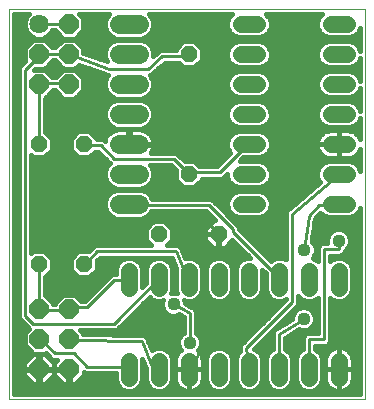
<source format=gtl>
G75*
%MOIN*%
%OFA0B0*%
%FSLAX25Y25*%
%IPPOS*%
%LPD*%
%AMOC8*
5,1,8,0,0,1.08239X$1,22.5*
%
%ADD10C,0.00000*%
%ADD11OC8,0.05600*%
%ADD12C,0.05600*%
%ADD13OC8,0.06400*%
%ADD14C,0.06400*%
%ADD15C,0.06400*%
%ADD16C,0.01000*%
%ADD17C,0.04400*%
%ADD18C,0.01600*%
D10*
X0004500Y0001800D02*
X0004500Y0131761D01*
X0123201Y0131761D01*
X0123201Y0001800D01*
X0004500Y0001800D01*
D11*
X0014500Y0046800D03*
X0029500Y0046800D03*
X0054500Y0056800D03*
X0064500Y0076800D03*
X0074500Y0056800D03*
X0029500Y0086800D03*
X0014500Y0086800D03*
X0064500Y0116800D03*
D12*
X0081700Y0116800D02*
X0087300Y0116800D01*
X0087300Y0106800D02*
X0081700Y0106800D01*
X0081700Y0096800D02*
X0087300Y0096800D01*
X0087300Y0086800D02*
X0081700Y0086800D01*
X0081700Y0076800D02*
X0087300Y0076800D01*
X0087300Y0066800D02*
X0081700Y0066800D01*
X0084500Y0044600D02*
X0084500Y0039000D01*
X0074500Y0039000D02*
X0074500Y0044600D01*
X0064500Y0044600D02*
X0064500Y0039000D01*
X0054500Y0039000D02*
X0054500Y0044600D01*
X0044500Y0044600D02*
X0044500Y0039000D01*
X0044500Y0014600D02*
X0044500Y0009000D01*
X0054500Y0009000D02*
X0054500Y0014600D01*
X0064500Y0014600D02*
X0064500Y0009000D01*
X0074500Y0009000D02*
X0074500Y0014600D01*
X0084500Y0014600D02*
X0084500Y0009000D01*
X0094500Y0009000D02*
X0094500Y0014600D01*
X0104500Y0014600D02*
X0104500Y0009000D01*
X0114500Y0009000D02*
X0114500Y0014600D01*
X0114500Y0039000D02*
X0114500Y0044600D01*
X0104500Y0044600D02*
X0104500Y0039000D01*
X0094500Y0039000D02*
X0094500Y0044600D01*
X0111700Y0066800D02*
X0117300Y0066800D01*
X0117300Y0076800D02*
X0111700Y0076800D01*
X0111700Y0086800D02*
X0117300Y0086800D01*
X0117300Y0096800D02*
X0111700Y0096800D01*
X0111700Y0106800D02*
X0117300Y0106800D01*
X0117300Y0116800D02*
X0111700Y0116800D01*
X0111700Y0126800D02*
X0117300Y0126800D01*
X0087300Y0126800D02*
X0081700Y0126800D01*
D13*
X0024500Y0126800D03*
X0024500Y0116800D03*
X0024500Y0106800D03*
X0014500Y0106800D03*
X0014500Y0116800D03*
X0014500Y0031800D03*
X0014500Y0021800D03*
X0014500Y0011800D03*
X0024500Y0011800D03*
X0024500Y0021800D03*
X0024500Y0031800D03*
D14*
X0014500Y0126800D03*
D15*
X0041300Y0126800D02*
X0047700Y0126800D01*
X0047700Y0116800D02*
X0041300Y0116800D01*
X0041300Y0106800D02*
X0047700Y0106800D01*
X0047700Y0096800D02*
X0041300Y0096800D01*
X0041300Y0086800D02*
X0047700Y0086800D01*
X0047700Y0076800D02*
X0041300Y0076800D01*
X0041300Y0066800D02*
X0047700Y0066800D01*
D16*
X0045000Y0066600D02*
X0044500Y0066800D01*
X0045000Y0066600D02*
X0071100Y0066600D01*
X0079200Y0058500D01*
X0079200Y0057600D01*
X0094500Y0042300D01*
X0094500Y0041800D01*
X0098900Y0034200D02*
X0098900Y0063600D01*
X0114300Y0076500D01*
X0114500Y0076800D01*
X0114300Y0086400D02*
X0114500Y0086800D01*
X0114300Y0086400D02*
X0102600Y0086400D01*
X0093300Y0071600D01*
X0037600Y0072100D01*
X0034900Y0069400D01*
X0034900Y0064800D01*
X0040500Y0061200D01*
X0070200Y0061200D01*
X0073800Y0057600D01*
X0074500Y0056800D01*
X0073800Y0056700D01*
X0073800Y0049500D01*
X0069900Y0048100D01*
X0069900Y0020200D01*
X0064800Y0012600D01*
X0064500Y0011800D01*
X0064800Y0020700D02*
X0064800Y0030600D01*
X0059400Y0033500D01*
X0054000Y0041400D02*
X0054500Y0041800D01*
X0054000Y0041400D02*
X0039600Y0027000D01*
X0012600Y0027000D01*
X0009900Y0029700D01*
X0009900Y0111600D01*
X0014400Y0116100D01*
X0014500Y0116800D01*
X0015300Y0117000D01*
X0024300Y0117000D01*
X0024500Y0116800D01*
X0037800Y0112000D01*
X0051000Y0112000D01*
X0055600Y0116100D01*
X0063900Y0116100D01*
X0064500Y0116800D01*
X0083700Y0086400D02*
X0084500Y0086800D01*
X0083700Y0086400D02*
X0074700Y0077400D01*
X0064800Y0077400D01*
X0064500Y0076800D01*
X0059400Y0081900D01*
X0039600Y0081900D01*
X0035100Y0086400D01*
X0029700Y0086400D01*
X0029500Y0086800D01*
X0014500Y0086800D02*
X0014400Y0087300D01*
X0014400Y0106200D01*
X0014500Y0106800D01*
X0015300Y0107100D01*
X0024300Y0107100D01*
X0024500Y0106800D01*
X0024500Y0126800D02*
X0024300Y0126900D01*
X0015300Y0126900D01*
X0014500Y0126800D01*
X0034000Y0051100D02*
X0029700Y0046800D01*
X0029500Y0046800D01*
X0034000Y0051100D02*
X0060100Y0051100D01*
X0063900Y0042300D01*
X0064500Y0041800D01*
X0048700Y0021100D02*
X0025200Y0021600D01*
X0024500Y0021800D01*
X0026100Y0017100D02*
X0019800Y0017100D01*
X0015300Y0021600D01*
X0014500Y0021800D01*
X0015300Y0031500D02*
X0014500Y0031800D01*
X0014400Y0032400D01*
X0014400Y0046800D01*
X0014500Y0046800D01*
X0025200Y0032400D02*
X0024500Y0031800D01*
X0024300Y0031500D01*
X0015300Y0031500D01*
X0025200Y0032400D02*
X0030600Y0032400D01*
X0039600Y0041400D01*
X0044100Y0041400D01*
X0044500Y0041800D01*
X0048700Y0021100D02*
X0052200Y0012600D01*
X0054000Y0012600D01*
X0054500Y0011800D01*
X0044500Y0011800D02*
X0044100Y0012600D01*
X0030600Y0012600D01*
X0026100Y0017100D01*
X0024500Y0011800D02*
X0024300Y0011700D01*
X0015300Y0011700D01*
X0014500Y0011800D01*
X0083600Y0018900D02*
X0084600Y0012600D01*
X0084500Y0011800D01*
X0083600Y0018900D02*
X0098900Y0034200D01*
X0102700Y0028600D02*
X0094500Y0023400D01*
X0094500Y0011800D01*
X0104500Y0011800D02*
X0105300Y0012600D01*
X0104500Y0012600D01*
X0104500Y0021800D01*
X0109500Y0021800D01*
X0109500Y0051800D01*
X0114400Y0051800D01*
X0114400Y0054600D01*
X0102900Y0051400D02*
X0104400Y0063000D01*
X0108000Y0066600D01*
X0114300Y0066600D01*
X0114500Y0066800D01*
D17*
X0114400Y0054600D03*
X0102900Y0051400D03*
X0102700Y0028600D03*
X0064800Y0020700D03*
X0059400Y0033500D03*
D18*
X0062940Y0034884D02*
X0063625Y0034600D01*
X0065375Y0034600D01*
X0066992Y0035270D01*
X0068230Y0036508D01*
X0068900Y0038125D01*
X0068900Y0045475D01*
X0068230Y0047092D01*
X0066992Y0048330D01*
X0065375Y0049000D01*
X0063625Y0049000D01*
X0063344Y0048884D01*
X0062200Y0051534D01*
X0062200Y0051970D01*
X0061869Y0052301D01*
X0061683Y0052731D01*
X0061278Y0052892D01*
X0060970Y0053200D01*
X0060501Y0053200D01*
X0060066Y0053373D01*
X0059666Y0053200D01*
X0057123Y0053200D01*
X0058900Y0054977D01*
X0058900Y0058623D01*
X0056323Y0061200D01*
X0052677Y0061200D01*
X0050100Y0058623D01*
X0050100Y0054977D01*
X0051877Y0053200D01*
X0033130Y0053200D01*
X0031130Y0051200D01*
X0027677Y0051200D01*
X0025100Y0048623D01*
X0025100Y0044977D01*
X0027677Y0042400D01*
X0031323Y0042400D01*
X0033900Y0044977D01*
X0033900Y0048030D01*
X0034870Y0049000D01*
X0058719Y0049000D01*
X0060169Y0045642D01*
X0060100Y0045475D01*
X0060100Y0038125D01*
X0060501Y0037157D01*
X0060156Y0037300D01*
X0058644Y0037300D01*
X0058541Y0037257D01*
X0058900Y0038125D01*
X0058900Y0045475D01*
X0058230Y0047092D01*
X0056992Y0048330D01*
X0055375Y0049000D01*
X0053625Y0049000D01*
X0052008Y0048330D01*
X0050770Y0047092D01*
X0050100Y0045475D01*
X0050100Y0040470D01*
X0048900Y0039270D01*
X0048900Y0045475D01*
X0048230Y0047092D01*
X0046992Y0048330D01*
X0045375Y0049000D01*
X0043625Y0049000D01*
X0042008Y0048330D01*
X0040770Y0047092D01*
X0040100Y0045475D01*
X0040100Y0043500D01*
X0038730Y0043500D01*
X0029730Y0034500D01*
X0028588Y0034500D01*
X0026488Y0036600D01*
X0022512Y0036600D01*
X0019700Y0033788D01*
X0019700Y0033600D01*
X0019300Y0033600D01*
X0019300Y0033788D01*
X0016500Y0036588D01*
X0016500Y0042577D01*
X0018900Y0044977D01*
X0018900Y0048623D01*
X0016323Y0051200D01*
X0012677Y0051200D01*
X0012000Y0050523D01*
X0012000Y0083077D01*
X0012677Y0082400D01*
X0016323Y0082400D01*
X0018900Y0084977D01*
X0018900Y0088623D01*
X0016500Y0091023D01*
X0016500Y0102012D01*
X0019300Y0104812D01*
X0019300Y0105000D01*
X0019700Y0105000D01*
X0019700Y0104812D01*
X0022512Y0102000D01*
X0026488Y0102000D01*
X0029300Y0104812D01*
X0029300Y0108788D01*
X0026488Y0111600D01*
X0022512Y0111600D01*
X0020112Y0109200D01*
X0018888Y0109200D01*
X0016488Y0111600D01*
X0012870Y0111600D01*
X0013270Y0112000D01*
X0016488Y0112000D01*
X0019300Y0114812D01*
X0019300Y0114900D01*
X0019700Y0114900D01*
X0019700Y0114812D01*
X0022512Y0112000D01*
X0026488Y0112000D01*
X0027848Y0113359D01*
X0036646Y0110184D01*
X0036930Y0109900D01*
X0037433Y0109900D01*
X0037564Y0109852D01*
X0037231Y0109519D01*
X0036500Y0107755D01*
X0036500Y0105845D01*
X0037231Y0104081D01*
X0038581Y0102731D01*
X0040345Y0102000D01*
X0048655Y0102000D01*
X0050419Y0102731D01*
X0051769Y0104081D01*
X0052500Y0105845D01*
X0052500Y0107755D01*
X0051769Y0109519D01*
X0051416Y0109873D01*
X0051748Y0109854D01*
X0051800Y0109900D01*
X0051870Y0109900D01*
X0052442Y0110472D01*
X0056400Y0114000D01*
X0061077Y0114000D01*
X0062677Y0112400D01*
X0066323Y0112400D01*
X0068900Y0114977D01*
X0068900Y0118623D01*
X0066323Y0121200D01*
X0062677Y0121200D01*
X0060100Y0118623D01*
X0060100Y0118200D01*
X0055660Y0118200D01*
X0054852Y0118246D01*
X0054800Y0118200D01*
X0054730Y0118200D01*
X0054158Y0117627D01*
X0052500Y0116150D01*
X0052500Y0117755D01*
X0051769Y0119519D01*
X0050419Y0120869D01*
X0048655Y0121600D01*
X0040345Y0121600D01*
X0038581Y0120869D01*
X0037231Y0119519D01*
X0036500Y0117755D01*
X0036500Y0115845D01*
X0037057Y0114501D01*
X0029300Y0117300D01*
X0029300Y0118788D01*
X0026488Y0121600D01*
X0022512Y0121600D01*
X0020012Y0119100D01*
X0018988Y0119100D01*
X0016488Y0121600D01*
X0012512Y0121600D01*
X0009700Y0118788D01*
X0009700Y0114812D01*
X0009921Y0114591D01*
X0007800Y0112470D01*
X0007800Y0028830D01*
X0009030Y0027600D01*
X0011271Y0025359D01*
X0009700Y0023788D01*
X0009700Y0019812D01*
X0012512Y0017000D01*
X0016488Y0017000D01*
X0016709Y0017221D01*
X0018930Y0015000D01*
X0020629Y0015000D01*
X0019500Y0013871D01*
X0016571Y0016800D01*
X0014700Y0016800D01*
X0014700Y0012000D01*
X0014300Y0012000D01*
X0014300Y0016800D01*
X0012429Y0016800D01*
X0009500Y0013871D01*
X0009500Y0012000D01*
X0014300Y0012000D01*
X0014300Y0011600D01*
X0009500Y0011600D01*
X0009500Y0009729D01*
X0012429Y0006800D01*
X0014300Y0006800D01*
X0014300Y0011600D01*
X0014700Y0011600D01*
X0014700Y0012000D01*
X0019500Y0012000D01*
X0024300Y0012000D01*
X0024300Y0011600D01*
X0024700Y0011600D01*
X0024700Y0006800D01*
X0026571Y0006800D01*
X0029500Y0009729D01*
X0029500Y0010730D01*
X0029730Y0010500D01*
X0040100Y0010500D01*
X0040100Y0008125D01*
X0040770Y0006508D01*
X0042008Y0005270D01*
X0043625Y0004600D01*
X0045375Y0004600D01*
X0046992Y0005270D01*
X0048230Y0006508D01*
X0048900Y0008125D01*
X0048900Y0015099D01*
X0050100Y0012185D01*
X0050100Y0011730D01*
X0050100Y0008125D01*
X0050770Y0006508D01*
X0052008Y0005270D01*
X0053625Y0004600D01*
X0055375Y0004600D01*
X0056992Y0005270D01*
X0058230Y0006508D01*
X0058900Y0008125D01*
X0058900Y0015475D01*
X0058230Y0017092D01*
X0056992Y0018330D01*
X0055375Y0019000D01*
X0053625Y0019000D01*
X0052096Y0018367D01*
X0050809Y0021494D01*
X0050818Y0021925D01*
X0050491Y0022266D01*
X0050311Y0022704D01*
X0049913Y0022870D01*
X0049614Y0023181D01*
X0049141Y0023191D01*
X0048705Y0023373D01*
X0048306Y0023209D01*
X0029300Y0023613D01*
X0029300Y0023788D01*
X0028188Y0024900D01*
X0040470Y0024900D01*
X0041700Y0026130D01*
X0041700Y0026130D01*
X0051424Y0035854D01*
X0052008Y0035270D01*
X0053625Y0034600D01*
X0055375Y0034600D01*
X0055819Y0034784D01*
X0055600Y0034256D01*
X0055600Y0032744D01*
X0056179Y0031347D01*
X0057247Y0030279D01*
X0058644Y0029700D01*
X0060156Y0029700D01*
X0061218Y0030140D01*
X0062700Y0029344D01*
X0062700Y0023943D01*
X0062647Y0023921D01*
X0061579Y0022853D01*
X0061000Y0021456D01*
X0061000Y0019944D01*
X0061579Y0018547D01*
X0061801Y0018325D01*
X0061503Y0018109D01*
X0060991Y0017597D01*
X0060566Y0017011D01*
X0060237Y0016366D01*
X0060013Y0015677D01*
X0059900Y0014962D01*
X0059900Y0011800D01*
X0064500Y0011800D01*
X0069100Y0011800D01*
X0069100Y0014962D01*
X0068987Y0015677D01*
X0068763Y0016366D01*
X0068434Y0017011D01*
X0068009Y0017597D01*
X0067540Y0018066D01*
X0068021Y0018547D01*
X0068600Y0019944D01*
X0068600Y0021456D01*
X0068021Y0022853D01*
X0066953Y0023921D01*
X0066900Y0023943D01*
X0066900Y0030072D01*
X0067062Y0030373D01*
X0066900Y0030909D01*
X0066900Y0031470D01*
X0066658Y0031711D01*
X0066560Y0032039D01*
X0066066Y0032304D01*
X0065670Y0032700D01*
X0065328Y0032700D01*
X0063200Y0033843D01*
X0063200Y0034256D01*
X0062940Y0034884D01*
X0063335Y0033770D02*
X0095500Y0033770D01*
X0095375Y0034600D02*
X0096800Y0035190D01*
X0096800Y0035070D01*
X0082597Y0020867D01*
X0082412Y0020838D01*
X0081998Y0020268D01*
X0081500Y0019770D01*
X0081500Y0019582D01*
X0081390Y0019430D01*
X0081500Y0018734D01*
X0081500Y0018030D01*
X0081604Y0017926D01*
X0080770Y0017092D01*
X0080100Y0015475D01*
X0080100Y0008125D01*
X0080770Y0006508D01*
X0082008Y0005270D01*
X0083625Y0004600D01*
X0085375Y0004600D01*
X0086992Y0005270D01*
X0088230Y0006508D01*
X0088900Y0008125D01*
X0088900Y0015475D01*
X0088230Y0017092D01*
X0086992Y0018330D01*
X0086291Y0018621D01*
X0099770Y0032100D01*
X0101000Y0033330D01*
X0101000Y0036277D01*
X0102008Y0035270D01*
X0103625Y0034600D01*
X0105375Y0034600D01*
X0106992Y0035270D01*
X0107400Y0035677D01*
X0107400Y0023900D01*
X0103630Y0023900D01*
X0102400Y0022670D01*
X0102400Y0018493D01*
X0102008Y0018330D01*
X0100770Y0017092D01*
X0100100Y0015475D01*
X0100100Y0008125D01*
X0100770Y0006508D01*
X0102008Y0005270D01*
X0103625Y0004600D01*
X0105375Y0004600D01*
X0106992Y0005270D01*
X0108230Y0006508D01*
X0108900Y0008125D01*
X0108900Y0015475D01*
X0108230Y0017092D01*
X0106992Y0018330D01*
X0106600Y0018493D01*
X0106600Y0019700D01*
X0110370Y0019700D01*
X0111600Y0020930D01*
X0111600Y0035677D01*
X0112008Y0035270D01*
X0113625Y0034600D01*
X0115375Y0034600D01*
X0116992Y0035270D01*
X0118230Y0036508D01*
X0118900Y0038125D01*
X0118900Y0045475D01*
X0118230Y0047092D01*
X0116992Y0048330D01*
X0115375Y0049000D01*
X0113625Y0049000D01*
X0112008Y0048330D01*
X0111600Y0047923D01*
X0111600Y0049700D01*
X0115270Y0049700D01*
X0116500Y0050930D01*
X0116500Y0051357D01*
X0116553Y0051379D01*
X0117621Y0052447D01*
X0118200Y0053844D01*
X0118200Y0055356D01*
X0117621Y0056753D01*
X0116553Y0057821D01*
X0115156Y0058400D01*
X0113644Y0058400D01*
X0112247Y0057821D01*
X0111179Y0056753D01*
X0110600Y0055356D01*
X0110600Y0053900D01*
X0108630Y0053900D01*
X0107400Y0052670D01*
X0107400Y0047923D01*
X0106992Y0048330D01*
X0105728Y0048854D01*
X0106121Y0049247D01*
X0106700Y0050644D01*
X0106700Y0052156D01*
X0106121Y0053553D01*
X0105390Y0054284D01*
X0106391Y0062021D01*
X0108324Y0063954D01*
X0109208Y0063070D01*
X0110825Y0062400D01*
X0118175Y0062400D01*
X0119792Y0063070D01*
X0121030Y0064308D01*
X0121601Y0065685D01*
X0121601Y0003400D01*
X0006100Y0003400D01*
X0006100Y0130161D01*
X0011072Y0130161D01*
X0010431Y0129519D01*
X0009700Y0127755D01*
X0009700Y0125845D01*
X0010431Y0124081D01*
X0011781Y0122731D01*
X0013545Y0122000D01*
X0015455Y0122000D01*
X0017219Y0122731D01*
X0018569Y0124081D01*
X0018867Y0124800D01*
X0019712Y0124800D01*
X0022512Y0122000D01*
X0026488Y0122000D01*
X0029300Y0124812D01*
X0029300Y0128788D01*
X0027928Y0130161D01*
X0037872Y0130161D01*
X0037231Y0129519D01*
X0036500Y0127755D01*
X0036500Y0125845D01*
X0037231Y0124081D01*
X0038581Y0122731D01*
X0040345Y0122000D01*
X0048655Y0122000D01*
X0050419Y0122731D01*
X0051769Y0124081D01*
X0052500Y0125845D01*
X0052500Y0127755D01*
X0051769Y0129519D01*
X0051128Y0130161D01*
X0078838Y0130161D01*
X0077970Y0129292D01*
X0077300Y0127675D01*
X0077300Y0125925D01*
X0077970Y0124308D01*
X0079208Y0123070D01*
X0080825Y0122400D01*
X0088175Y0122400D01*
X0089792Y0123070D01*
X0091030Y0124308D01*
X0091700Y0125925D01*
X0091700Y0127675D01*
X0091030Y0129292D01*
X0090162Y0130161D01*
X0108838Y0130161D01*
X0107970Y0129292D01*
X0107300Y0127675D01*
X0107300Y0125925D01*
X0107970Y0124308D01*
X0109208Y0123070D01*
X0110825Y0122400D01*
X0118175Y0122400D01*
X0119792Y0123070D01*
X0121030Y0124308D01*
X0121601Y0125685D01*
X0121601Y0117915D01*
X0121030Y0119292D01*
X0119792Y0120530D01*
X0118175Y0121200D01*
X0110825Y0121200D01*
X0109208Y0120530D01*
X0107970Y0119292D01*
X0107300Y0117675D01*
X0107300Y0115925D01*
X0107970Y0114308D01*
X0109208Y0113070D01*
X0110825Y0112400D01*
X0118175Y0112400D01*
X0119792Y0113070D01*
X0121030Y0114308D01*
X0121601Y0115685D01*
X0121601Y0107915D01*
X0121030Y0109292D01*
X0119792Y0110530D01*
X0118175Y0111200D01*
X0110825Y0111200D01*
X0109208Y0110530D01*
X0107970Y0109292D01*
X0107300Y0107675D01*
X0107300Y0105925D01*
X0107970Y0104308D01*
X0109208Y0103070D01*
X0110825Y0102400D01*
X0118175Y0102400D01*
X0119792Y0103070D01*
X0121030Y0104308D01*
X0121601Y0105685D01*
X0121601Y0097915D01*
X0121030Y0099292D01*
X0119792Y0100530D01*
X0118175Y0101200D01*
X0110825Y0101200D01*
X0109208Y0100530D01*
X0107970Y0099292D01*
X0107300Y0097675D01*
X0107300Y0095925D01*
X0107970Y0094308D01*
X0109208Y0093070D01*
X0110825Y0092400D01*
X0118175Y0092400D01*
X0119792Y0093070D01*
X0121030Y0094308D01*
X0121601Y0095685D01*
X0121601Y0088449D01*
X0121563Y0088566D01*
X0121234Y0089211D01*
X0120809Y0089797D01*
X0120297Y0090309D01*
X0119711Y0090734D01*
X0119066Y0091063D01*
X0118377Y0091287D01*
X0117662Y0091400D01*
X0114500Y0091400D01*
X0114500Y0086800D01*
X0114500Y0086800D01*
X0114500Y0082200D01*
X0117662Y0082200D01*
X0118377Y0082313D01*
X0119066Y0082537D01*
X0119711Y0082866D01*
X0120297Y0083291D01*
X0120809Y0083803D01*
X0121234Y0084389D01*
X0121563Y0085034D01*
X0121601Y0085151D01*
X0121601Y0077915D01*
X0121030Y0079292D01*
X0119792Y0080530D01*
X0118175Y0081200D01*
X0110825Y0081200D01*
X0109208Y0080530D01*
X0107970Y0079292D01*
X0107300Y0077675D01*
X0107300Y0075925D01*
X0107970Y0074308D01*
X0108172Y0074106D01*
X0098137Y0065700D01*
X0098030Y0065700D01*
X0097480Y0065150D01*
X0096885Y0064651D01*
X0096875Y0064545D01*
X0096800Y0064470D01*
X0096800Y0063693D01*
X0096732Y0062918D01*
X0096800Y0062837D01*
X0096800Y0048410D01*
X0095375Y0049000D01*
X0093625Y0049000D01*
X0092008Y0048330D01*
X0091724Y0048046D01*
X0081300Y0058470D01*
X0081300Y0059370D01*
X0073200Y0067470D01*
X0071970Y0068700D01*
X0052108Y0068700D01*
X0051769Y0069519D01*
X0050419Y0070869D01*
X0048655Y0071600D01*
X0040345Y0071600D01*
X0038581Y0070869D01*
X0037231Y0069519D01*
X0036500Y0067755D01*
X0036500Y0065845D01*
X0037231Y0064081D01*
X0038581Y0062731D01*
X0040345Y0062000D01*
X0048655Y0062000D01*
X0050419Y0062731D01*
X0051769Y0064081D01*
X0051943Y0064500D01*
X0070230Y0064500D01*
X0073330Y0061400D01*
X0072595Y0061400D01*
X0069900Y0058705D01*
X0069900Y0056800D01*
X0074500Y0056800D01*
X0074500Y0052200D01*
X0076405Y0052200D01*
X0079018Y0054812D01*
X0084830Y0049000D01*
X0083625Y0049000D01*
X0082008Y0048330D01*
X0080770Y0047092D01*
X0080100Y0045475D01*
X0080100Y0038125D01*
X0080770Y0036508D01*
X0082008Y0035270D01*
X0083625Y0034600D01*
X0085375Y0034600D01*
X0086992Y0035270D01*
X0088230Y0036508D01*
X0088900Y0038125D01*
X0088900Y0044930D01*
X0090100Y0043730D01*
X0090100Y0038125D01*
X0090770Y0036508D01*
X0092008Y0035270D01*
X0093625Y0034600D01*
X0095375Y0034600D01*
X0093902Y0032172D02*
X0066312Y0032172D01*
X0067001Y0030573D02*
X0092303Y0030573D01*
X0090705Y0028975D02*
X0066900Y0028975D01*
X0066900Y0027376D02*
X0089106Y0027376D01*
X0087508Y0025778D02*
X0066900Y0025778D01*
X0066900Y0024179D02*
X0085909Y0024179D01*
X0084311Y0022581D02*
X0068134Y0022581D01*
X0068600Y0020982D02*
X0082712Y0020982D01*
X0081397Y0019384D02*
X0068368Y0019384D01*
X0067820Y0017785D02*
X0071463Y0017785D01*
X0072008Y0018330D02*
X0070770Y0017092D01*
X0070100Y0015475D01*
X0070100Y0008125D01*
X0070770Y0006508D01*
X0072008Y0005270D01*
X0073625Y0004600D01*
X0075375Y0004600D01*
X0076992Y0005270D01*
X0078230Y0006508D01*
X0078900Y0008125D01*
X0078900Y0015475D01*
X0078230Y0017092D01*
X0076992Y0018330D01*
X0075375Y0019000D01*
X0073625Y0019000D01*
X0072008Y0018330D01*
X0070395Y0016187D02*
X0068821Y0016187D01*
X0069100Y0014588D02*
X0070100Y0014588D01*
X0070100Y0012990D02*
X0069100Y0012990D01*
X0069100Y0011800D02*
X0064500Y0011800D01*
X0064500Y0011800D01*
X0064500Y0004400D01*
X0064862Y0004400D01*
X0065577Y0004513D01*
X0066266Y0004737D01*
X0066911Y0005066D01*
X0067497Y0005491D01*
X0068009Y0006003D01*
X0068434Y0006589D01*
X0068763Y0007234D01*
X0068987Y0007923D01*
X0069100Y0008638D01*
X0069100Y0011800D01*
X0069100Y0011391D02*
X0070100Y0011391D01*
X0070100Y0009793D02*
X0069100Y0009793D01*
X0069030Y0008194D02*
X0070100Y0008194D01*
X0070733Y0006596D02*
X0068438Y0006596D01*
X0066776Y0004997D02*
X0072666Y0004997D01*
X0076334Y0004997D02*
X0082666Y0004997D01*
X0080733Y0006596D02*
X0078267Y0006596D01*
X0078900Y0008194D02*
X0080100Y0008194D01*
X0080100Y0009793D02*
X0078900Y0009793D01*
X0078900Y0011391D02*
X0080100Y0011391D01*
X0080100Y0012990D02*
X0078900Y0012990D01*
X0078900Y0014588D02*
X0080100Y0014588D01*
X0080395Y0016187D02*
X0078605Y0016187D01*
X0077537Y0017785D02*
X0081463Y0017785D01*
X0087053Y0019384D02*
X0092400Y0019384D01*
X0092400Y0018493D02*
X0092008Y0018330D01*
X0090770Y0017092D01*
X0090100Y0015475D01*
X0090100Y0008125D01*
X0090770Y0006508D01*
X0092008Y0005270D01*
X0093625Y0004600D01*
X0095375Y0004600D01*
X0096992Y0005270D01*
X0098230Y0006508D01*
X0098900Y0008125D01*
X0098900Y0015475D01*
X0098230Y0017092D01*
X0096992Y0018330D01*
X0096600Y0018493D01*
X0096600Y0022245D01*
X0101149Y0025130D01*
X0101944Y0024800D01*
X0103456Y0024800D01*
X0104853Y0025379D01*
X0105921Y0026447D01*
X0106500Y0027844D01*
X0106500Y0029356D01*
X0105921Y0030753D01*
X0104853Y0031821D01*
X0103456Y0032400D01*
X0101944Y0032400D01*
X0100547Y0031821D01*
X0099479Y0030753D01*
X0098900Y0029356D01*
X0098900Y0028677D01*
X0093890Y0025500D01*
X0093630Y0025500D01*
X0093179Y0025049D01*
X0092641Y0024708D01*
X0092584Y0024454D01*
X0092400Y0024270D01*
X0092400Y0023632D01*
X0092261Y0023010D01*
X0092400Y0022790D01*
X0092400Y0018493D01*
X0091463Y0017785D02*
X0087537Y0017785D01*
X0088605Y0016187D02*
X0090395Y0016187D01*
X0090100Y0014588D02*
X0088900Y0014588D01*
X0088900Y0012990D02*
X0090100Y0012990D01*
X0090100Y0011391D02*
X0088900Y0011391D01*
X0088900Y0009793D02*
X0090100Y0009793D01*
X0090100Y0008194D02*
X0088900Y0008194D01*
X0088267Y0006596D02*
X0090733Y0006596D01*
X0092666Y0004997D02*
X0086334Y0004997D01*
X0096334Y0004997D02*
X0102666Y0004997D01*
X0100733Y0006596D02*
X0098267Y0006596D01*
X0098900Y0008194D02*
X0100100Y0008194D01*
X0100100Y0009793D02*
X0098900Y0009793D01*
X0098900Y0011391D02*
X0100100Y0011391D01*
X0100100Y0012990D02*
X0098900Y0012990D01*
X0098900Y0014588D02*
X0100100Y0014588D01*
X0100395Y0016187D02*
X0098605Y0016187D01*
X0097537Y0017785D02*
X0101463Y0017785D01*
X0102400Y0019384D02*
X0096600Y0019384D01*
X0096600Y0020982D02*
X0102400Y0020982D01*
X0102400Y0022581D02*
X0097129Y0022581D01*
X0099650Y0024179D02*
X0107400Y0024179D01*
X0107400Y0025778D02*
X0105252Y0025778D01*
X0106306Y0027376D02*
X0107400Y0027376D01*
X0107400Y0028975D02*
X0106500Y0028975D01*
X0105996Y0030573D02*
X0107400Y0030573D01*
X0107400Y0032172D02*
X0104007Y0032172D01*
X0101393Y0032172D02*
X0099842Y0032172D01*
X0099404Y0030573D02*
X0098243Y0030573D01*
X0098900Y0028975D02*
X0096645Y0028975D01*
X0096849Y0027376D02*
X0095046Y0027376D01*
X0094328Y0025778D02*
X0093448Y0025778D01*
X0092400Y0024179D02*
X0091849Y0024179D01*
X0092400Y0022581D02*
X0090250Y0022581D01*
X0088652Y0020982D02*
X0092400Y0020982D01*
X0101000Y0033770D02*
X0107400Y0033770D01*
X0107400Y0035369D02*
X0107091Y0035369D01*
X0111600Y0035369D02*
X0111909Y0035369D01*
X0111600Y0033770D02*
X0121601Y0033770D01*
X0121601Y0035369D02*
X0117091Y0035369D01*
X0118421Y0036967D02*
X0121601Y0036967D01*
X0121601Y0038566D02*
X0118900Y0038566D01*
X0118900Y0040164D02*
X0121601Y0040164D01*
X0121601Y0041763D02*
X0118900Y0041763D01*
X0118900Y0043361D02*
X0121601Y0043361D01*
X0121601Y0044960D02*
X0118900Y0044960D01*
X0118451Y0046558D02*
X0121601Y0046558D01*
X0121601Y0048157D02*
X0117166Y0048157D01*
X0115325Y0049755D02*
X0121601Y0049755D01*
X0121601Y0051354D02*
X0116500Y0051354D01*
X0117831Y0052952D02*
X0121601Y0052952D01*
X0121601Y0054551D02*
X0118200Y0054551D01*
X0117871Y0056149D02*
X0121601Y0056149D01*
X0121601Y0057748D02*
X0116626Y0057748D01*
X0118521Y0062543D02*
X0121601Y0062543D01*
X0121601Y0060945D02*
X0106252Y0060945D01*
X0106045Y0059346D02*
X0121601Y0059346D01*
X0121601Y0064142D02*
X0120864Y0064142D01*
X0112174Y0057748D02*
X0105838Y0057748D01*
X0105632Y0056149D02*
X0110929Y0056149D01*
X0110600Y0054551D02*
X0105425Y0054551D01*
X0106370Y0052952D02*
X0107683Y0052952D01*
X0107400Y0051354D02*
X0106700Y0051354D01*
X0106332Y0049755D02*
X0107400Y0049755D01*
X0107400Y0048157D02*
X0107166Y0048157D01*
X0111600Y0048157D02*
X0111834Y0048157D01*
X0101909Y0035369D02*
X0101000Y0035369D01*
X0091909Y0035369D02*
X0087091Y0035369D01*
X0088421Y0036967D02*
X0090579Y0036967D01*
X0090100Y0038566D02*
X0088900Y0038566D01*
X0088900Y0040164D02*
X0090100Y0040164D01*
X0090100Y0041763D02*
X0088900Y0041763D01*
X0088900Y0043361D02*
X0090100Y0043361D01*
X0091613Y0048157D02*
X0091834Y0048157D01*
X0090014Y0049755D02*
X0096800Y0049755D01*
X0096800Y0051354D02*
X0088416Y0051354D01*
X0086817Y0052952D02*
X0096800Y0052952D01*
X0096800Y0054551D02*
X0085219Y0054551D01*
X0083620Y0056149D02*
X0096800Y0056149D01*
X0096800Y0057748D02*
X0082022Y0057748D01*
X0081300Y0059346D02*
X0096800Y0059346D01*
X0096800Y0060945D02*
X0079725Y0060945D01*
X0080478Y0062543D02*
X0078126Y0062543D01*
X0079208Y0063070D02*
X0077970Y0064308D01*
X0077300Y0065925D01*
X0077300Y0067675D01*
X0077970Y0069292D01*
X0079208Y0070530D01*
X0080825Y0071200D01*
X0088175Y0071200D01*
X0089792Y0070530D01*
X0091030Y0069292D01*
X0091700Y0067675D01*
X0091700Y0065925D01*
X0091030Y0064308D01*
X0089792Y0063070D01*
X0088175Y0062400D01*
X0080825Y0062400D01*
X0079208Y0063070D01*
X0078136Y0064142D02*
X0076528Y0064142D01*
X0077376Y0065740D02*
X0074929Y0065740D01*
X0073331Y0067339D02*
X0077300Y0067339D01*
X0077823Y0068937D02*
X0052010Y0068937D01*
X0050752Y0070536D02*
X0079222Y0070536D01*
X0080825Y0072400D02*
X0088175Y0072400D01*
X0089792Y0073070D01*
X0091030Y0074308D01*
X0091700Y0075925D01*
X0091700Y0077675D01*
X0091030Y0079292D01*
X0089792Y0080530D01*
X0088175Y0081200D01*
X0081470Y0081200D01*
X0082670Y0082400D01*
X0088175Y0082400D01*
X0089792Y0083070D01*
X0091030Y0084308D01*
X0091700Y0085925D01*
X0091700Y0087675D01*
X0091030Y0089292D01*
X0089792Y0090530D01*
X0088175Y0091200D01*
X0080825Y0091200D01*
X0079208Y0090530D01*
X0077970Y0089292D01*
X0077300Y0087675D01*
X0077300Y0085925D01*
X0077970Y0084308D01*
X0078304Y0083974D01*
X0073830Y0079500D01*
X0068023Y0079500D01*
X0066323Y0081200D01*
X0063070Y0081200D01*
X0060270Y0084000D01*
X0051846Y0084000D01*
X0051976Y0084179D01*
X0052334Y0084881D01*
X0052577Y0085629D01*
X0052700Y0086406D01*
X0052700Y0086600D01*
X0044700Y0086600D01*
X0044700Y0087000D01*
X0044300Y0087000D01*
X0044300Y0091800D01*
X0040906Y0091800D01*
X0040129Y0091677D01*
X0039381Y0091434D01*
X0038679Y0091076D01*
X0038043Y0090614D01*
X0037486Y0090057D01*
X0037024Y0089421D01*
X0036666Y0088719D01*
X0036442Y0088028D01*
X0035970Y0088500D01*
X0033900Y0088500D01*
X0033900Y0088623D01*
X0031323Y0091200D01*
X0027677Y0091200D01*
X0025100Y0088623D01*
X0025100Y0084977D01*
X0027677Y0082400D01*
X0031323Y0082400D01*
X0033223Y0084300D01*
X0034230Y0084300D01*
X0037500Y0081030D01*
X0038121Y0080409D01*
X0037231Y0079519D01*
X0036500Y0077755D01*
X0036500Y0075845D01*
X0037231Y0074081D01*
X0038581Y0072731D01*
X0040345Y0072000D01*
X0048655Y0072000D01*
X0050419Y0072731D01*
X0051769Y0074081D01*
X0052500Y0075845D01*
X0052500Y0077755D01*
X0051769Y0079519D01*
X0051488Y0079800D01*
X0058530Y0079800D01*
X0060100Y0078230D01*
X0060100Y0074977D01*
X0062677Y0072400D01*
X0066323Y0072400D01*
X0068900Y0074977D01*
X0068900Y0075300D01*
X0075570Y0075300D01*
X0077300Y0077030D01*
X0077300Y0075925D01*
X0077970Y0074308D01*
X0079208Y0073070D01*
X0080825Y0072400D01*
X0078544Y0073733D02*
X0067656Y0073733D01*
X0061344Y0073733D02*
X0051421Y0073733D01*
X0052287Y0075332D02*
X0060100Y0075332D01*
X0060100Y0076930D02*
X0052500Y0076930D01*
X0052179Y0078529D02*
X0059802Y0078529D01*
X0062544Y0081726D02*
X0076056Y0081726D01*
X0077654Y0083324D02*
X0060946Y0083324D01*
X0067395Y0080127D02*
X0074457Y0080127D01*
X0077200Y0076930D02*
X0077300Y0076930D01*
X0077546Y0075332D02*
X0075601Y0075332D01*
X0081995Y0081726D02*
X0121601Y0081726D01*
X0121601Y0083324D02*
X0120329Y0083324D01*
X0121506Y0084923D02*
X0121601Y0084923D01*
X0121601Y0089718D02*
X0120866Y0089718D01*
X0121601Y0091317D02*
X0118188Y0091317D01*
X0119419Y0092915D02*
X0121601Y0092915D01*
X0121601Y0094514D02*
X0121115Y0094514D01*
X0121013Y0099309D02*
X0121601Y0099309D01*
X0121601Y0100908D02*
X0118881Y0100908D01*
X0118432Y0102506D02*
X0121601Y0102506D01*
X0121601Y0104105D02*
X0120827Y0104105D01*
X0121193Y0108900D02*
X0121601Y0108900D01*
X0121601Y0110499D02*
X0119824Y0110499D01*
X0121601Y0112097D02*
X0054265Y0112097D01*
X0052472Y0110499D02*
X0079176Y0110499D01*
X0079208Y0110530D02*
X0077970Y0109292D01*
X0077300Y0107675D01*
X0077300Y0105925D01*
X0077970Y0104308D01*
X0079208Y0103070D01*
X0080825Y0102400D01*
X0088175Y0102400D01*
X0089792Y0103070D01*
X0091030Y0104308D01*
X0091700Y0105925D01*
X0091700Y0107675D01*
X0091030Y0109292D01*
X0089792Y0110530D01*
X0088175Y0111200D01*
X0080825Y0111200D01*
X0079208Y0110530D01*
X0077807Y0108900D02*
X0052026Y0108900D01*
X0052500Y0107302D02*
X0077300Y0107302D01*
X0077392Y0105703D02*
X0052441Y0105703D01*
X0051779Y0104105D02*
X0078173Y0104105D01*
X0080568Y0102506D02*
X0049877Y0102506D01*
X0048655Y0101600D02*
X0050419Y0100869D01*
X0051769Y0099519D01*
X0052500Y0097755D01*
X0052500Y0095845D01*
X0051769Y0094081D01*
X0050419Y0092731D01*
X0048655Y0092000D01*
X0040345Y0092000D01*
X0038581Y0092731D01*
X0037231Y0094081D01*
X0036500Y0095845D01*
X0036500Y0097755D01*
X0037231Y0099519D01*
X0038581Y0100869D01*
X0040345Y0101600D01*
X0048655Y0101600D01*
X0050326Y0100908D02*
X0080119Y0100908D01*
X0080825Y0101200D02*
X0079208Y0100530D01*
X0077970Y0099292D01*
X0077300Y0097675D01*
X0077300Y0095925D01*
X0077970Y0094308D01*
X0079208Y0093070D01*
X0080825Y0092400D01*
X0088175Y0092400D01*
X0089792Y0093070D01*
X0091030Y0094308D01*
X0091700Y0095925D01*
X0091700Y0097675D01*
X0091030Y0099292D01*
X0089792Y0100530D01*
X0088175Y0101200D01*
X0080825Y0101200D01*
X0077987Y0099309D02*
X0051856Y0099309D01*
X0052500Y0097711D02*
X0077315Y0097711D01*
X0077300Y0096112D02*
X0052500Y0096112D01*
X0051948Y0094514D02*
X0077884Y0094514D01*
X0079581Y0092915D02*
X0050603Y0092915D01*
X0049849Y0091317D02*
X0110812Y0091317D01*
X0110623Y0091287D02*
X0109934Y0091063D01*
X0109289Y0090734D01*
X0108703Y0090309D01*
X0108191Y0089797D01*
X0107766Y0089211D01*
X0107437Y0088566D01*
X0107213Y0087877D01*
X0107100Y0087162D01*
X0107100Y0086800D01*
X0114500Y0086800D01*
X0114500Y0086800D01*
X0114500Y0086800D01*
X0114500Y0091400D01*
X0111338Y0091400D01*
X0110623Y0091287D01*
X0109581Y0092915D02*
X0089419Y0092915D01*
X0091115Y0094514D02*
X0107884Y0094514D01*
X0107300Y0096112D02*
X0091700Y0096112D01*
X0091685Y0097711D02*
X0107315Y0097711D01*
X0107987Y0099309D02*
X0091013Y0099309D01*
X0088881Y0100908D02*
X0110119Y0100908D01*
X0110568Y0102506D02*
X0088432Y0102506D01*
X0090827Y0104105D02*
X0108173Y0104105D01*
X0107392Y0105703D02*
X0091608Y0105703D01*
X0091700Y0107302D02*
X0107300Y0107302D01*
X0107807Y0108900D02*
X0091193Y0108900D01*
X0089824Y0110499D02*
X0109176Y0110499D01*
X0108582Y0113696D02*
X0090418Y0113696D01*
X0091030Y0114308D02*
X0089792Y0113070D01*
X0088175Y0112400D01*
X0080825Y0112400D01*
X0079208Y0113070D01*
X0077970Y0114308D01*
X0077300Y0115925D01*
X0077300Y0117675D01*
X0077970Y0119292D01*
X0079208Y0120530D01*
X0080825Y0121200D01*
X0088175Y0121200D01*
X0089792Y0120530D01*
X0091030Y0119292D01*
X0091700Y0117675D01*
X0091700Y0115925D01*
X0091030Y0114308D01*
X0091439Y0115294D02*
X0107561Y0115294D01*
X0107300Y0116893D02*
X0091700Y0116893D01*
X0091362Y0118491D02*
X0107638Y0118491D01*
X0108767Y0120090D02*
X0090233Y0120090D01*
X0090009Y0123287D02*
X0108991Y0123287D01*
X0107731Y0124885D02*
X0091269Y0124885D01*
X0091700Y0126484D02*
X0107300Y0126484D01*
X0107469Y0128082D02*
X0091531Y0128082D01*
X0090642Y0129681D02*
X0108358Y0129681D01*
X0120009Y0123287D02*
X0121601Y0123287D01*
X0121601Y0124885D02*
X0121269Y0124885D01*
X0121601Y0121688D02*
X0006100Y0121688D01*
X0006100Y0120090D02*
X0011002Y0120090D01*
X0009700Y0118491D02*
X0006100Y0118491D01*
X0006100Y0116893D02*
X0009700Y0116893D01*
X0009700Y0115294D02*
X0006100Y0115294D01*
X0006100Y0113696D02*
X0009026Y0113696D01*
X0007800Y0112097D02*
X0006100Y0112097D01*
X0006100Y0110499D02*
X0007800Y0110499D01*
X0007800Y0108900D02*
X0006100Y0108900D01*
X0006100Y0107302D02*
X0007800Y0107302D01*
X0007800Y0105703D02*
X0006100Y0105703D01*
X0006100Y0104105D02*
X0007800Y0104105D01*
X0007800Y0102506D02*
X0006100Y0102506D01*
X0006100Y0100908D02*
X0007800Y0100908D01*
X0007800Y0099309D02*
X0006100Y0099309D01*
X0006100Y0097711D02*
X0007800Y0097711D01*
X0007800Y0096112D02*
X0006100Y0096112D01*
X0006100Y0094514D02*
X0007800Y0094514D01*
X0007800Y0092915D02*
X0006100Y0092915D01*
X0006100Y0091317D02*
X0007800Y0091317D01*
X0007800Y0089718D02*
X0006100Y0089718D01*
X0006100Y0088120D02*
X0007800Y0088120D01*
X0007800Y0086521D02*
X0006100Y0086521D01*
X0006100Y0084923D02*
X0007800Y0084923D01*
X0007800Y0083324D02*
X0006100Y0083324D01*
X0006100Y0081726D02*
X0007800Y0081726D01*
X0007800Y0080127D02*
X0006100Y0080127D01*
X0006100Y0078529D02*
X0007800Y0078529D01*
X0007800Y0076930D02*
X0006100Y0076930D01*
X0006100Y0075332D02*
X0007800Y0075332D01*
X0007800Y0073733D02*
X0006100Y0073733D01*
X0006100Y0072134D02*
X0007800Y0072134D01*
X0007800Y0070536D02*
X0006100Y0070536D01*
X0006100Y0068937D02*
X0007800Y0068937D01*
X0007800Y0067339D02*
X0006100Y0067339D01*
X0006100Y0065740D02*
X0007800Y0065740D01*
X0007800Y0064142D02*
X0006100Y0064142D01*
X0006100Y0062543D02*
X0007800Y0062543D01*
X0007800Y0060945D02*
X0006100Y0060945D01*
X0006100Y0059346D02*
X0007800Y0059346D01*
X0007800Y0057748D02*
X0006100Y0057748D01*
X0006100Y0056149D02*
X0007800Y0056149D01*
X0007800Y0054551D02*
X0006100Y0054551D01*
X0006100Y0052952D02*
X0007800Y0052952D01*
X0007800Y0051354D02*
X0006100Y0051354D01*
X0006100Y0049755D02*
X0007800Y0049755D01*
X0007800Y0048157D02*
X0006100Y0048157D01*
X0006100Y0046558D02*
X0007800Y0046558D01*
X0007800Y0044960D02*
X0006100Y0044960D01*
X0006100Y0043361D02*
X0007800Y0043361D01*
X0007800Y0041763D02*
X0006100Y0041763D01*
X0006100Y0040164D02*
X0007800Y0040164D01*
X0007800Y0038566D02*
X0006100Y0038566D01*
X0006100Y0036967D02*
X0007800Y0036967D01*
X0007800Y0035369D02*
X0006100Y0035369D01*
X0006100Y0033770D02*
X0007800Y0033770D01*
X0007800Y0032172D02*
X0006100Y0032172D01*
X0006100Y0030573D02*
X0007800Y0030573D01*
X0007800Y0028975D02*
X0006100Y0028975D01*
X0006100Y0027376D02*
X0009254Y0027376D01*
X0010852Y0025778D02*
X0006100Y0025778D01*
X0006100Y0024179D02*
X0010091Y0024179D01*
X0009700Y0022581D02*
X0006100Y0022581D01*
X0006100Y0020982D02*
X0009700Y0020982D01*
X0010128Y0019384D02*
X0006100Y0019384D01*
X0006100Y0017785D02*
X0011727Y0017785D01*
X0011816Y0016187D02*
X0006100Y0016187D01*
X0006100Y0014588D02*
X0010217Y0014588D01*
X0009500Y0012990D02*
X0006100Y0012990D01*
X0006100Y0011391D02*
X0009500Y0011391D01*
X0009500Y0009793D02*
X0006100Y0009793D01*
X0006100Y0008194D02*
X0011035Y0008194D01*
X0014300Y0008194D02*
X0014700Y0008194D01*
X0014700Y0006800D02*
X0016571Y0006800D01*
X0019500Y0009729D01*
X0019500Y0011600D01*
X0014700Y0011600D01*
X0014700Y0006800D01*
X0014700Y0009793D02*
X0014300Y0009793D01*
X0014300Y0011391D02*
X0014700Y0011391D01*
X0014700Y0012990D02*
X0014300Y0012990D01*
X0014300Y0014588D02*
X0014700Y0014588D01*
X0014700Y0016187D02*
X0014300Y0016187D01*
X0017184Y0016187D02*
X0017744Y0016187D01*
X0018783Y0014588D02*
X0020217Y0014588D01*
X0019500Y0013871D02*
X0019500Y0012000D01*
X0019500Y0013871D01*
X0019500Y0012990D02*
X0019500Y0012990D01*
X0019500Y0011600D02*
X0019500Y0009729D01*
X0022429Y0006800D01*
X0024300Y0006800D01*
X0024300Y0011600D01*
X0019500Y0011600D01*
X0019500Y0011391D02*
X0019500Y0011391D01*
X0019500Y0009793D02*
X0019500Y0009793D01*
X0017965Y0008194D02*
X0021035Y0008194D01*
X0024300Y0008194D02*
X0024700Y0008194D01*
X0024700Y0009793D02*
X0024300Y0009793D01*
X0024300Y0011391D02*
X0024700Y0011391D01*
X0027965Y0008194D02*
X0040100Y0008194D01*
X0040100Y0009793D02*
X0029500Y0009793D01*
X0040733Y0006596D02*
X0006100Y0006596D01*
X0006100Y0004997D02*
X0042666Y0004997D01*
X0046334Y0004997D02*
X0052666Y0004997D01*
X0050733Y0006596D02*
X0048267Y0006596D01*
X0048900Y0008194D02*
X0050100Y0008194D01*
X0050100Y0009793D02*
X0048900Y0009793D01*
X0048900Y0011391D02*
X0050100Y0011391D01*
X0049769Y0012990D02*
X0048900Y0012990D01*
X0048900Y0014588D02*
X0049110Y0014588D01*
X0051678Y0019384D02*
X0061232Y0019384D01*
X0061180Y0017785D02*
X0057537Y0017785D01*
X0058605Y0016187D02*
X0060179Y0016187D01*
X0059900Y0014588D02*
X0058900Y0014588D01*
X0058900Y0012990D02*
X0059900Y0012990D01*
X0059900Y0011800D02*
X0059900Y0008638D01*
X0060013Y0007923D01*
X0060237Y0007234D01*
X0060566Y0006589D01*
X0060991Y0006003D01*
X0061503Y0005491D01*
X0062089Y0005066D01*
X0062734Y0004737D01*
X0063423Y0004513D01*
X0064138Y0004400D01*
X0064500Y0004400D01*
X0064500Y0011800D01*
X0064500Y0011800D01*
X0064500Y0011800D01*
X0059900Y0011800D01*
X0059900Y0011391D02*
X0058900Y0011391D01*
X0058900Y0009793D02*
X0059900Y0009793D01*
X0059970Y0008194D02*
X0058900Y0008194D01*
X0058267Y0006596D02*
X0060562Y0006596D01*
X0062224Y0004997D02*
X0056334Y0004997D01*
X0064500Y0004997D02*
X0064500Y0004997D01*
X0064500Y0006596D02*
X0064500Y0006596D01*
X0064500Y0008194D02*
X0064500Y0008194D01*
X0064500Y0009793D02*
X0064500Y0009793D01*
X0064500Y0011391D02*
X0064500Y0011391D01*
X0061000Y0020982D02*
X0051020Y0020982D01*
X0050361Y0022581D02*
X0061466Y0022581D01*
X0062700Y0024179D02*
X0028909Y0024179D01*
X0019700Y0033770D02*
X0019300Y0033770D01*
X0017719Y0035369D02*
X0021281Y0035369D01*
X0016500Y0036967D02*
X0032197Y0036967D01*
X0030599Y0035369D02*
X0027719Y0035369D01*
X0033796Y0038566D02*
X0016500Y0038566D01*
X0016500Y0040164D02*
X0035394Y0040164D01*
X0036993Y0041763D02*
X0016500Y0041763D01*
X0017284Y0043361D02*
X0026716Y0043361D01*
X0025118Y0044960D02*
X0018882Y0044960D01*
X0018900Y0046558D02*
X0025100Y0046558D01*
X0025100Y0048157D02*
X0018900Y0048157D01*
X0017767Y0049755D02*
X0026233Y0049755D01*
X0031284Y0051354D02*
X0012000Y0051354D01*
X0012000Y0052952D02*
X0032883Y0052952D01*
X0034027Y0048157D02*
X0041834Y0048157D01*
X0040549Y0046558D02*
X0033900Y0046558D01*
X0033882Y0044960D02*
X0040100Y0044960D01*
X0038591Y0043361D02*
X0032284Y0043361D01*
X0044545Y0028975D02*
X0062700Y0028975D01*
X0062700Y0027376D02*
X0042946Y0027376D01*
X0041348Y0025778D02*
X0062700Y0025778D01*
X0056953Y0030573D02*
X0046143Y0030573D01*
X0047742Y0032172D02*
X0055837Y0032172D01*
X0055600Y0033770D02*
X0049340Y0033770D01*
X0050939Y0035369D02*
X0051909Y0035369D01*
X0049794Y0040164D02*
X0048900Y0040164D01*
X0048900Y0041763D02*
X0050100Y0041763D01*
X0050100Y0043361D02*
X0048900Y0043361D01*
X0048900Y0044960D02*
X0050100Y0044960D01*
X0050549Y0046558D02*
X0048451Y0046558D01*
X0047166Y0048157D02*
X0051834Y0048157D01*
X0057166Y0048157D02*
X0059083Y0048157D01*
X0058451Y0046558D02*
X0059774Y0046558D01*
X0060100Y0044960D02*
X0058900Y0044960D01*
X0058900Y0043361D02*
X0060100Y0043361D01*
X0060100Y0041763D02*
X0058900Y0041763D01*
X0058900Y0040164D02*
X0060100Y0040164D01*
X0060100Y0038566D02*
X0058900Y0038566D01*
X0067091Y0035369D02*
X0071909Y0035369D01*
X0072008Y0035270D02*
X0070770Y0036508D01*
X0070100Y0038125D01*
X0070100Y0045475D01*
X0070770Y0047092D01*
X0072008Y0048330D01*
X0073625Y0049000D01*
X0075375Y0049000D01*
X0076992Y0048330D01*
X0078230Y0047092D01*
X0078900Y0045475D01*
X0078900Y0038125D01*
X0078230Y0036508D01*
X0076992Y0035270D01*
X0075375Y0034600D01*
X0073625Y0034600D01*
X0072008Y0035270D01*
X0070579Y0036967D02*
X0068421Y0036967D01*
X0068900Y0038566D02*
X0070100Y0038566D01*
X0070100Y0040164D02*
X0068900Y0040164D01*
X0068900Y0041763D02*
X0070100Y0041763D01*
X0070100Y0043361D02*
X0068900Y0043361D01*
X0068900Y0044960D02*
X0070100Y0044960D01*
X0070549Y0046558D02*
X0068451Y0046558D01*
X0067166Y0048157D02*
X0071834Y0048157D01*
X0072595Y0052200D02*
X0074500Y0052200D01*
X0074500Y0056800D01*
X0074500Y0056800D01*
X0074500Y0056800D01*
X0069900Y0056800D01*
X0069900Y0054895D01*
X0072595Y0052200D01*
X0071842Y0052952D02*
X0061217Y0052952D01*
X0062278Y0051354D02*
X0082476Y0051354D01*
X0080878Y0052952D02*
X0077158Y0052952D01*
X0078756Y0054551D02*
X0079279Y0054551D01*
X0074500Y0054551D02*
X0074500Y0054551D01*
X0074500Y0056149D02*
X0074500Y0056149D01*
X0074500Y0052952D02*
X0074500Y0052952D01*
X0070244Y0054551D02*
X0058473Y0054551D01*
X0058900Y0056149D02*
X0069900Y0056149D01*
X0069900Y0057748D02*
X0058900Y0057748D01*
X0058176Y0059346D02*
X0070541Y0059346D01*
X0072140Y0060945D02*
X0056578Y0060945D01*
X0052422Y0060945D02*
X0012000Y0060945D01*
X0012000Y0062543D02*
X0039033Y0062543D01*
X0037206Y0064142D02*
X0012000Y0064142D01*
X0012000Y0065740D02*
X0036543Y0065740D01*
X0036500Y0067339D02*
X0012000Y0067339D01*
X0012000Y0068937D02*
X0036990Y0068937D01*
X0038248Y0070536D02*
X0012000Y0070536D01*
X0012000Y0072134D02*
X0040020Y0072134D01*
X0037579Y0073733D02*
X0012000Y0073733D01*
X0012000Y0075332D02*
X0036713Y0075332D01*
X0036500Y0076930D02*
X0012000Y0076930D01*
X0012000Y0078529D02*
X0036821Y0078529D01*
X0037839Y0080127D02*
X0012000Y0080127D01*
X0012000Y0081726D02*
X0036805Y0081726D01*
X0035206Y0083324D02*
X0032247Y0083324D01*
X0036350Y0088120D02*
X0036471Y0088120D01*
X0037240Y0089718D02*
X0032804Y0089718D01*
X0037052Y0094514D02*
X0016500Y0094514D01*
X0016500Y0096112D02*
X0036500Y0096112D01*
X0036500Y0097711D02*
X0016500Y0097711D01*
X0016500Y0099309D02*
X0037144Y0099309D01*
X0038674Y0100908D02*
X0016500Y0100908D01*
X0016994Y0102506D02*
X0022006Y0102506D01*
X0020407Y0104105D02*
X0018593Y0104105D01*
X0017589Y0110499D02*
X0021411Y0110499D01*
X0022414Y0112097D02*
X0016585Y0112097D01*
X0018184Y0113696D02*
X0020816Y0113696D01*
X0026585Y0112097D02*
X0031344Y0112097D01*
X0029188Y0108900D02*
X0036974Y0108900D01*
X0036500Y0107302D02*
X0029300Y0107302D01*
X0029300Y0105703D02*
X0036559Y0105703D01*
X0037221Y0104105D02*
X0028593Y0104105D01*
X0026994Y0102506D02*
X0039123Y0102506D01*
X0035774Y0110499D02*
X0027589Y0110499D01*
X0030429Y0116893D02*
X0036500Y0116893D01*
X0036728Y0115294D02*
X0034858Y0115294D01*
X0036805Y0118491D02*
X0029300Y0118491D01*
X0027998Y0120090D02*
X0037802Y0120090D01*
X0038025Y0123287D02*
X0027775Y0123287D01*
X0029300Y0124885D02*
X0036898Y0124885D01*
X0036500Y0126484D02*
X0029300Y0126484D01*
X0029300Y0128082D02*
X0036636Y0128082D01*
X0037393Y0129681D02*
X0028407Y0129681D01*
X0021225Y0123287D02*
X0017775Y0123287D01*
X0017998Y0120090D02*
X0021002Y0120090D01*
X0011225Y0123287D02*
X0006100Y0123287D01*
X0006100Y0124885D02*
X0010098Y0124885D01*
X0009700Y0126484D02*
X0006100Y0126484D01*
X0006100Y0128082D02*
X0009836Y0128082D01*
X0010593Y0129681D02*
X0006100Y0129681D01*
X0016500Y0092915D02*
X0038397Y0092915D01*
X0039151Y0091317D02*
X0016500Y0091317D01*
X0017804Y0089718D02*
X0026196Y0089718D01*
X0025100Y0088120D02*
X0018900Y0088120D01*
X0018900Y0086521D02*
X0025100Y0086521D01*
X0025155Y0084923D02*
X0018845Y0084923D01*
X0017247Y0083324D02*
X0026753Y0083324D01*
X0044300Y0088120D02*
X0044700Y0088120D01*
X0044700Y0087000D02*
X0044700Y0091800D01*
X0048094Y0091800D01*
X0048871Y0091677D01*
X0049619Y0091434D01*
X0050321Y0091076D01*
X0050957Y0090614D01*
X0051514Y0090057D01*
X0051976Y0089421D01*
X0052334Y0088719D01*
X0052577Y0087971D01*
X0052700Y0087194D01*
X0052700Y0087000D01*
X0044700Y0087000D01*
X0044700Y0089718D02*
X0044300Y0089718D01*
X0044300Y0091317D02*
X0044700Y0091317D01*
X0051760Y0089718D02*
X0078396Y0089718D01*
X0077484Y0088120D02*
X0052529Y0088120D01*
X0052700Y0086521D02*
X0077300Y0086521D01*
X0077715Y0084923D02*
X0052347Y0084923D01*
X0048979Y0072134D02*
X0105818Y0072134D01*
X0103910Y0070536D02*
X0089778Y0070536D01*
X0091177Y0068937D02*
X0102002Y0068937D01*
X0100093Y0067339D02*
X0091700Y0067339D01*
X0091624Y0065740D02*
X0098185Y0065740D01*
X0096800Y0064142D02*
X0090864Y0064142D01*
X0088521Y0062543D02*
X0096800Y0062543D01*
X0106913Y0062543D02*
X0110478Y0062543D01*
X0107726Y0073733D02*
X0090456Y0073733D01*
X0091454Y0075332D02*
X0107546Y0075332D01*
X0107300Y0076930D02*
X0091700Y0076930D01*
X0091347Y0078529D02*
X0107653Y0078529D01*
X0108805Y0080127D02*
X0090195Y0080127D01*
X0090047Y0083324D02*
X0108671Y0083324D01*
X0108703Y0083291D02*
X0109289Y0082866D01*
X0109934Y0082537D01*
X0110623Y0082313D01*
X0111338Y0082200D01*
X0114500Y0082200D01*
X0114500Y0086800D01*
X0107100Y0086800D01*
X0107100Y0086438D01*
X0107213Y0085723D01*
X0107437Y0085034D01*
X0107766Y0084389D01*
X0108191Y0083803D01*
X0108703Y0083291D01*
X0107494Y0084923D02*
X0091285Y0084923D01*
X0091700Y0086521D02*
X0107100Y0086521D01*
X0107292Y0088120D02*
X0091516Y0088120D01*
X0090604Y0089718D02*
X0108134Y0089718D01*
X0114500Y0089718D02*
X0114500Y0089718D01*
X0114500Y0088120D02*
X0114500Y0088120D01*
X0114500Y0086521D02*
X0114500Y0086521D01*
X0114500Y0084923D02*
X0114500Y0084923D01*
X0114500Y0083324D02*
X0114500Y0083324D01*
X0120195Y0080127D02*
X0121601Y0080127D01*
X0121601Y0078529D02*
X0121347Y0078529D01*
X0114500Y0091317D02*
X0114500Y0091317D01*
X0120418Y0113696D02*
X0121601Y0113696D01*
X0121601Y0115294D02*
X0121439Y0115294D01*
X0121362Y0118491D02*
X0121601Y0118491D01*
X0121601Y0120090D02*
X0120233Y0120090D01*
X0078991Y0123287D02*
X0050975Y0123287D01*
X0052102Y0124885D02*
X0077731Y0124885D01*
X0077300Y0126484D02*
X0052500Y0126484D01*
X0052364Y0128082D02*
X0077469Y0128082D01*
X0078358Y0129681D02*
X0051607Y0129681D01*
X0051198Y0120090D02*
X0061567Y0120090D01*
X0060100Y0118491D02*
X0052195Y0118491D01*
X0052500Y0116893D02*
X0053333Y0116893D01*
X0056059Y0113696D02*
X0061382Y0113696D01*
X0067618Y0113696D02*
X0078582Y0113696D01*
X0077561Y0115294D02*
X0068900Y0115294D01*
X0068900Y0116893D02*
X0077300Y0116893D01*
X0077638Y0118491D02*
X0068900Y0118491D01*
X0067433Y0120090D02*
X0078767Y0120090D01*
X0070588Y0064142D02*
X0051794Y0064142D01*
X0049967Y0062543D02*
X0072187Y0062543D01*
X0062968Y0049755D02*
X0084075Y0049755D01*
X0081834Y0048157D02*
X0077166Y0048157D01*
X0078451Y0046558D02*
X0080549Y0046558D01*
X0080100Y0044960D02*
X0078900Y0044960D01*
X0078900Y0043361D02*
X0080100Y0043361D01*
X0080100Y0041763D02*
X0078900Y0041763D01*
X0078900Y0040164D02*
X0080100Y0040164D01*
X0080100Y0038566D02*
X0078900Y0038566D01*
X0078421Y0036967D02*
X0080579Y0036967D01*
X0081909Y0035369D02*
X0077091Y0035369D01*
X0050527Y0054551D02*
X0012000Y0054551D01*
X0012000Y0056149D02*
X0050100Y0056149D01*
X0050100Y0057748D02*
X0012000Y0057748D01*
X0012000Y0059346D02*
X0050824Y0059346D01*
X0106600Y0019384D02*
X0121601Y0019384D01*
X0121601Y0020982D02*
X0111600Y0020982D01*
X0112734Y0018863D02*
X0112089Y0018534D01*
X0111503Y0018109D01*
X0110991Y0017597D01*
X0110566Y0017011D01*
X0110237Y0016366D01*
X0110013Y0015677D01*
X0109900Y0014962D01*
X0109900Y0011800D01*
X0114500Y0011800D01*
X0119100Y0011800D01*
X0119100Y0014962D01*
X0118987Y0015677D01*
X0118763Y0016366D01*
X0118434Y0017011D01*
X0118009Y0017597D01*
X0117497Y0018109D01*
X0116911Y0018534D01*
X0116266Y0018863D01*
X0115577Y0019087D01*
X0114862Y0019200D01*
X0114500Y0019200D01*
X0114500Y0011800D01*
X0114500Y0011800D01*
X0114500Y0011800D01*
X0119100Y0011800D01*
X0119100Y0008638D01*
X0118987Y0007923D01*
X0118763Y0007234D01*
X0118434Y0006589D01*
X0118009Y0006003D01*
X0117497Y0005491D01*
X0116911Y0005066D01*
X0116266Y0004737D01*
X0115577Y0004513D01*
X0114862Y0004400D01*
X0114500Y0004400D01*
X0114500Y0011800D01*
X0114500Y0011800D01*
X0114500Y0011800D01*
X0114500Y0019200D01*
X0114138Y0019200D01*
X0113423Y0019087D01*
X0112734Y0018863D01*
X0111180Y0017785D02*
X0107537Y0017785D01*
X0108605Y0016187D02*
X0110179Y0016187D01*
X0109900Y0014588D02*
X0108900Y0014588D01*
X0108900Y0012990D02*
X0109900Y0012990D01*
X0109900Y0011800D02*
X0109900Y0008638D01*
X0110013Y0007923D01*
X0110237Y0007234D01*
X0110566Y0006589D01*
X0110991Y0006003D01*
X0111503Y0005491D01*
X0112089Y0005066D01*
X0112734Y0004737D01*
X0113423Y0004513D01*
X0114138Y0004400D01*
X0114500Y0004400D01*
X0114500Y0011800D01*
X0109900Y0011800D01*
X0109900Y0011391D02*
X0108900Y0011391D01*
X0108900Y0009793D02*
X0109900Y0009793D01*
X0109970Y0008194D02*
X0108900Y0008194D01*
X0108267Y0006596D02*
X0110562Y0006596D01*
X0112224Y0004997D02*
X0106334Y0004997D01*
X0114500Y0004997D02*
X0114500Y0004997D01*
X0114500Y0006596D02*
X0114500Y0006596D01*
X0114500Y0008194D02*
X0114500Y0008194D01*
X0114500Y0009793D02*
X0114500Y0009793D01*
X0114500Y0011391D02*
X0114500Y0011391D01*
X0114500Y0012990D02*
X0114500Y0012990D01*
X0114500Y0014588D02*
X0114500Y0014588D01*
X0114500Y0016187D02*
X0114500Y0016187D01*
X0114500Y0017785D02*
X0114500Y0017785D01*
X0117820Y0017785D02*
X0121601Y0017785D01*
X0121601Y0016187D02*
X0118821Y0016187D01*
X0119100Y0014588D02*
X0121601Y0014588D01*
X0121601Y0012990D02*
X0119100Y0012990D01*
X0119100Y0011391D02*
X0121601Y0011391D01*
X0121601Y0009793D02*
X0119100Y0009793D01*
X0119030Y0008194D02*
X0121601Y0008194D01*
X0121601Y0006596D02*
X0118438Y0006596D01*
X0116776Y0004997D02*
X0121601Y0004997D01*
X0121601Y0022581D02*
X0111600Y0022581D01*
X0111600Y0024179D02*
X0121601Y0024179D01*
X0121601Y0025778D02*
X0111600Y0025778D01*
X0111600Y0027376D02*
X0121601Y0027376D01*
X0121601Y0028975D02*
X0111600Y0028975D01*
X0111600Y0030573D02*
X0121601Y0030573D01*
X0121601Y0032172D02*
X0111600Y0032172D01*
M02*

</source>
